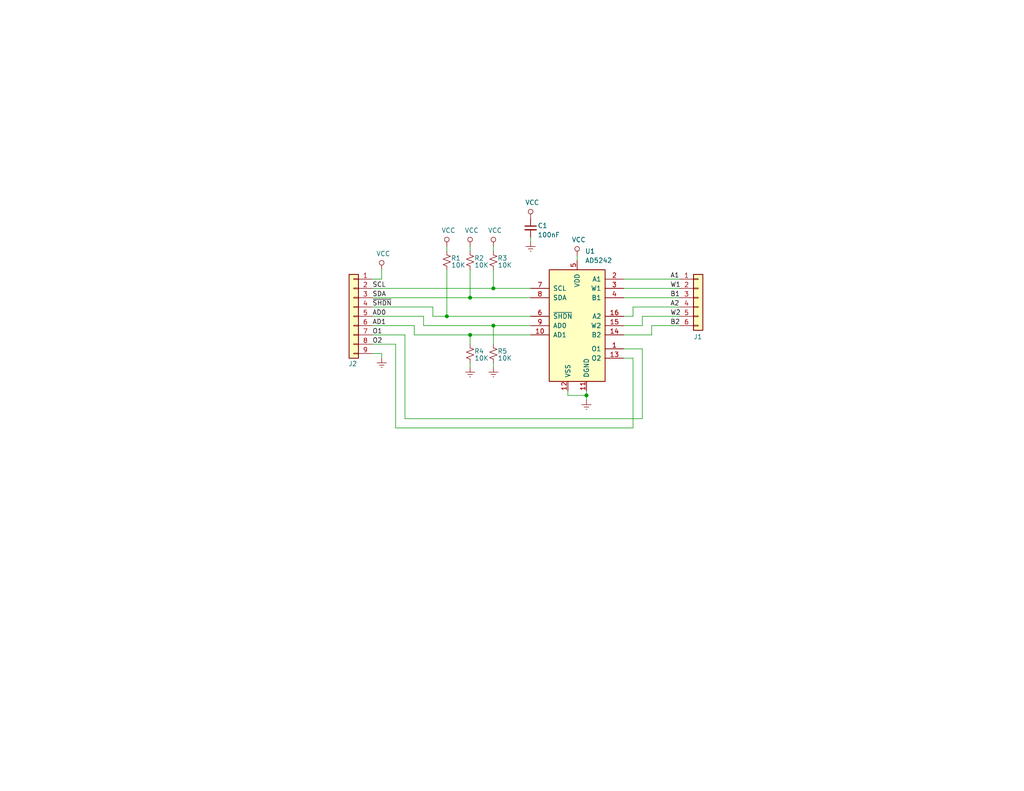
<source format=kicad_sch>
(kicad_sch (version 20250114) (generator "eeschema") (generator_version "9.0")
  (paper "A")
  (title_block (title "AD5242 Breakout") (date "2025-03-27") (rev "1") (company "Gadget Reboot") (comment 1 "https://www.youtube.com/gadgetreboot") (comment 2 "https://github.com/GadgetReboot/AD5242_Breakout"))
  (lib_symbols
    (symbol "AD5242:AD5242" (pin_names (offset 1.016))
      (property "Reference" "U" (at -7.62 11.43 0))
      (property "Value" "AD5242" (at 2.54 11.43 0))
      (symbol "AD5242_0_1"
        (rectangle (start -7.62 10.16) (end 7.62 -20.32) (stroke (width 0.254)) (fill (type background)))
      )
      (symbol "AD5242_1_1"
        (pin input line (at -12.7 5.08 0) (length 5.08) (name "SCL") (number "7"))
        (pin bidirectional line (at -12.7 2.54 0) (length 5.08) (name "SDA") (number "8"))
        (pin input line (at -12.7 -2.54 0) (length 5.08) (name "~{SHDN}") (number "6"))
        (pin input line (at -12.7 -5.08 0) (length 5.08) (name "AD0") (number "9"))
        (pin input line (at -12.7 -7.62 0) (length 5.08) (name "AD1") (number "10"))
        (pin power_in line (at -2.54 -22.86 90) (length 2.54) (name "VSS") (number "12"))
        (pin power_in line (at 0 12.7 270) (length 2.54) (name "VDD") (number "5"))
        (pin power_in line (at 2.54 -22.86 90) (length 2.54) (name "DGND") (number "11"))
        (pin passive line (at 12.7 7.62 180) (length 5.08) (name "A1") (number "2"))
        (pin passive line (at 12.7 5.08 180) (length 5.08) (name "W1") (number "3"))
        (pin passive line (at 12.7 2.54 180) (length 5.08) (name "B1") (number "4"))
        (pin passive line (at 12.7 -2.54 180) (length 5.08) (name "A2") (number "16"))
        (pin passive line (at 12.7 -5.08 180) (length 5.08) (name "W2") (number "15"))
        (pin passive line (at 12.7 -7.62 180) (length 5.08) (name "B2") (number "14"))
        (pin output line (at 12.7 -11.43 180) (length 5.08) (name "O1") (number "1"))
        (pin output line (at 12.7 -13.97 180) (length 5.08) (name "O2") (number "13"))
      )
    )
    (symbol "Connector_Generic:Conn_01x06" (pin_names (offset 1.016) (hide yes))
      (property "Reference" "J" (at 0 7.62 0))
      (property "Value" "Conn_01x06" (at 0 -10.16 0))
      (symbol "Conn_01x06_1_1"
        (rectangle (start -1.27 6.35) (end 1.27 -8.89) (stroke (width 0.254)) (fill (type background)))
        (rectangle (start -1.27 5.207) (end 0 4.953) (stroke (width 0.1524)))
        (rectangle (start -1.27 2.667) (end 0 2.413) (stroke (width 0.1524)))
        (rectangle (start -1.27 0.127) (end 0 -0.127) (stroke (width 0.1524)))
        (rectangle (start -1.27 -2.413) (end 0 -2.667) (stroke (width 0.1524)))
        (rectangle (start -1.27 -4.953) (end 0 -5.207) (stroke (width 0.1524)))
        (rectangle (start -1.27 -7.493) (end 0 -7.747) (stroke (width 0.1524)))
        (pin passive line (at -5.08 5.08 0) (length 3.81) (name "Pin_1") (number "1"))
        (pin passive line (at -5.08 2.54 0) (length 3.81) (name "Pin_2") (number "2"))
        (pin passive line (at -5.08 0 0) (length 3.81) (name "Pin_3") (number "3"))
        (pin passive line (at -5.08 -2.54 0) (length 3.81) (name "Pin_4") (number "4"))
        (pin passive line (at -5.08 -5.08 0) (length 3.81) (name "Pin_5") (number "5"))
        (pin passive line (at -5.08 -7.62 0) (length 3.81) (name "Pin_6") (number "6"))
      )
    )
    (symbol "Connector_Generic:Conn_01x09" (pin_names (offset 1.016) (hide yes))
      (property "Reference" "J" (at 0 12.7 0))
      (property "Value" "Conn_01x09" (at 0 -12.7 0))
      (symbol "Conn_01x09_1_1"
        (rectangle (start -1.27 11.43) (end 1.27 -11.43) (stroke (width 0.254)) (fill (type background)))
        (rectangle (start -1.27 10.287) (end 0 10.033) (stroke (width 0.1524)))
        (rectangle (start -1.27 7.747) (end 0 7.493) (stroke (width 0.1524)))
        (rectangle (start -1.27 5.207) (end 0 4.953) (stroke (width 0.1524)))
        (rectangle (start -1.27 2.667) (end 0 2.413) (stroke (width 0.1524)))
        (rectangle (start -1.27 0.127) (end 0 -0.127) (stroke (width 0.1524)))
        (rectangle (start -1.27 -2.413) (end 0 -2.667) (stroke (width 0.1524)))
        (rectangle (start -1.27 -4.953) (end 0 -5.207) (stroke (width 0.1524)))
        (rectangle (start -1.27 -7.493) (end 0 -7.747) (stroke (width 0.1524)))
        (rectangle (start -1.27 -10.033) (end 0 -10.287) (stroke (width 0.1524)))
        (pin passive line (at -5.08 10.16 0) (length 3.81) (name "Pin_1") (number "1"))
        (pin passive line (at -5.08 7.62 0) (length 3.81) (name "Pin_2") (number "2"))
        (pin passive line (at -5.08 5.08 0) (length 3.81) (name "Pin_3") (number "3"))
        (pin passive line (at -5.08 2.54 0) (length 3.81) (name "Pin_4") (number "4"))
        (pin passive line (at -5.08 0 0) (length 3.81) (name "Pin_5") (number "5"))
        (pin passive line (at -5.08 -2.54 0) (length 3.81) (name "Pin_6") (number "6"))
        (pin passive line (at -5.08 -5.08 0) (length 3.81) (name "Pin_7") (number "7"))
        (pin passive line (at -5.08 -7.62 0) (length 3.81) (name "Pin_8") (number "8"))
        (pin passive line (at -5.08 -10.16 0) (length 3.81) (name "Pin_9") (number "9"))
      )
    )
    (symbol "Device:C_Small" (pin_numbers (hide yes)) (pin_names (offset 0.254) (hide yes))
      (property "Reference" "C" (at 0.254 1.778 0))
      (property "Value" "C_Small" (at 0.254 -2.032 0))
      (symbol "C_Small_0_1"
        (polyline (pts (xy -1.524 0.508) (xy 1.524 0.508)) (stroke (width 0.3048)))
        (polyline (pts (xy -1.524 -0.508) (xy 1.524 -0.508)) (stroke (width 0.3302)))
      )
      (symbol "C_Small_1_1"
        (pin passive line (at 0 2.54 270) (length 2.032) (name "~") (number "1"))
        (pin passive line (at 0 -2.54 90) (length 2.032) (name "~") (number "2"))
      )
    )
    (symbol "Device:R_Small_US" (pin_numbers (hide yes)) (pin_names (offset 0.254) (hide yes))
      (property "Reference" "R" (at 0.762 0.508 0))
      (property "Value" "R_Small_US" (at 0.762 -1.016 0))
      (symbol "R_Small_US_1_1"
        (polyline (pts (xy 0 1.524) (xy 1.016 1.143) (xy 0 0.762) (xy -1.016 0.381) (xy 0 0)))
        (polyline (pts (xy 0 0) (xy 1.016 -0.381) (xy 0 -0.762) (xy -1.016 -1.143) (xy 0 -1.524)))
        (pin passive line (at 0 2.54 270) (length 1.016) (name "~") (number "1"))
        (pin passive line (at 0 -2.54 90) (length 1.016) (name "~") (number "2"))
      )
    )
    (symbol "GR_AD5242_Breakout-rescue:GNDREF-power" (power) (pin_names (offset 0))
      (property "Value" "power_GNDREF" (at 0 -3.81 0))
      (symbol "GNDREF-power_0_1"
        (polyline (pts (xy -0.635 -1.905) (xy 0.635 -1.905)))
        (polyline (pts (xy -0.127 -2.54) (xy 0.127 -2.54)))
        (polyline (pts (xy 0 -1.27) (xy 0 0)))
        (polyline (pts (xy 1.27 -1.27) (xy -1.27 -1.27)))
      )
      (symbol "GNDREF-power_1_1"
        (pin power_in line (at 0 0 270) (length 0) (hide yes) (name "GNDREF") (number "1"))
      )
    )
    (symbol "GR_AD5242_Breakout-rescue:VCC-power" (power) (pin_names (offset 0))
      (property "Value" "power_VCC" (at 0 3.81 0))
      (symbol "VCC-power_0_1"
        (circle (center 0 1.905) (radius 0.635))
        (polyline (pts (xy 0 0) (xy 0 1.27)))
      )
      (symbol "VCC-power_1_1"
        (pin power_in line (at 0 0 90) (length 0) (hide yes) (name "VCC") (number "1"))
      )
    )
  )
  (junction (at 134.62 78.74))
  (junction (at 128.27 91.44))
  (junction (at 128.27 81.28))
  (junction (at 160.02 107.95))
  (junction (at 134.62 88.9))
  (junction (at 121.92 86.36))
  (wire (pts (xy 170.18 91.44) (xy 177.8 91.44)))
  (wire (pts (xy 101.6 93.98) (xy 107.95 93.98)))
  (wire (pts (xy 172.72 83.82) (xy 185.42 83.82)))
  (wire (pts (xy 118.11 83.82) (xy 118.11 86.36)))
  (wire (pts (xy 144.78 66.04) (xy 144.78 64.77)))
  (wire (pts (xy 115.57 86.36) (xy 101.6 86.36)))
  (wire (pts (xy 170.18 76.2) (xy 185.42 76.2)))
  (wire (pts (xy 170.18 78.74) (xy 185.42 78.74)))
  (wire (pts (xy 113.03 88.9) (xy 113.03 91.44)))
  (wire (pts (xy 134.62 78.74) (xy 144.78 78.74)))
  (wire (pts (xy 121.92 68.58) (xy 121.92 67.31)))
  (wire (pts (xy 128.27 73.66) (xy 128.27 81.28)))
  (wire (pts (xy 104.14 76.2) (xy 101.6 76.2)))
  (wire (pts (xy 113.03 91.44) (xy 128.27 91.44)))
  (wire (pts (xy 170.18 97.79) (xy 172.72 97.79)))
  (wire (pts (xy 128.27 91.44) (xy 144.78 91.44)))
  (wire (pts (xy 175.26 88.9) (xy 175.26 86.36)))
  (wire (pts (xy 128.27 68.58) (xy 128.27 67.31)))
  (wire (pts (xy 172.72 86.36) (xy 172.72 83.82)))
  (wire (pts (xy 175.26 95.25) (xy 170.18 95.25)))
  (wire (pts (xy 101.6 78.74) (xy 134.62 78.74)))
  (wire (pts (xy 101.6 83.82) (xy 118.11 83.82)))
  (wire (pts (xy 177.8 88.9) (xy 185.42 88.9)))
  (wire (pts (xy 115.57 88.9) (xy 134.62 88.9)))
  (wire (pts (xy 154.94 107.95) (xy 160.02 107.95)))
  (wire (pts (xy 134.62 68.58) (xy 134.62 67.31)))
  (wire (pts (xy 170.18 88.9) (xy 175.26 88.9)))
  (wire (pts (xy 104.14 73.66) (xy 104.14 76.2)))
  (wire (pts (xy 170.18 86.36) (xy 172.72 86.36)))
  (wire (pts (xy 107.95 116.84) (xy 172.72 116.84)))
  (wire (pts (xy 134.62 73.66) (xy 134.62 78.74)))
  (wire (pts (xy 177.8 91.44) (xy 177.8 88.9)))
  (wire (pts (xy 121.92 86.36) (xy 144.78 86.36)))
  (wire (pts (xy 107.95 93.98) (xy 107.95 116.84)))
  (wire (pts (xy 101.6 81.28) (xy 128.27 81.28)))
  (wire (pts (xy 154.94 106.68) (xy 154.94 107.95)))
  (wire (pts (xy 134.62 88.9) (xy 144.78 88.9)))
  (wire (pts (xy 115.57 88.9) (xy 115.57 86.36)))
  (wire (pts (xy 160.02 107.95) (xy 160.02 109.22)))
  (wire (pts (xy 175.26 95.25) (xy 175.26 114.3)))
  (wire (pts (xy 101.6 96.52) (xy 104.14 96.52)))
  (wire (pts (xy 101.6 88.9) (xy 113.03 88.9)))
  (wire (pts (xy 160.02 106.68) (xy 160.02 107.95)))
  (wire (pts (xy 134.62 88.9) (xy 134.62 93.98)))
  (wire (pts (xy 121.92 73.66) (xy 121.92 86.36)))
  (wire (pts (xy 128.27 99.06) (xy 128.27 100.33)))
  (wire (pts (xy 175.26 114.3) (xy 110.49 114.3)))
  (wire (pts (xy 110.49 114.3) (xy 110.49 91.44)))
  (wire (pts (xy 128.27 91.44) (xy 128.27 93.98)))
  (wire (pts (xy 170.18 81.28) (xy 185.42 81.28)))
  (wire (pts (xy 104.14 96.52) (xy 104.14 97.79)))
  (wire (pts (xy 118.11 86.36) (xy 121.92 86.36)))
  (wire (pts (xy 172.72 97.79) (xy 172.72 116.84)))
  (wire (pts (xy 175.26 86.36) (xy 185.42 86.36)))
  (wire (pts (xy 110.49 91.44) (xy 101.6 91.44)))
  (wire (pts (xy 128.27 81.28) (xy 144.78 81.28)))
  (wire (pts (xy 157.48 69.85) (xy 157.48 71.12)))
  (wire (pts (xy 134.62 99.06) (xy 134.62 100.33)))
  (label "O2" (at 101.6 93.98 0))
  (label "B1" (at 182.88 81.28 0))
  (label "~{SHDN}" (at 101.6 83.82 0))
  (label "W2" (at 182.88 86.36 0))
  (label "AD1" (at 101.6 88.9 0))
  (label "W1" (at 182.88 78.74 0))
  (label "A2" (at 182.88 83.82 0))
  (label "B2" (at 182.88 88.9 0))
  (label "SDA" (at 101.6 81.28 0))
  (label "A1" (at 182.88 76.2 0))
  (label "O1" (at 101.6 91.44 0))
  (label "SCL" (at 101.6 78.74 0))
  (label "AD0" (at 101.6 86.36 0))
  (symbol (lib_id "Device:R_Small_US") (at 134.62 71.12 0) (unit 1)
    (property "Reference" "R3" (at 138.43 70.485 0) (effects (justify right)))
    (property "Value" "10K" (at 139.7 72.39 0) (effects (justify right)))
    (property "Footprint" "Resistor_SMD:R_0805_2012Metric_Pad1.20x1.40mm_HandSolder" (effects (hide yes)))
  )
  (symbol (lib_id "Device:C_Small") (at 144.78 62.23 0) (unit 1)
    (property "Reference" "C1" (at 146.685 61.595 0) (effects (justify left)))
    (property "Value" "100nF" (at 146.685 64.135 0) (effects (justify left)))
    (property "Footprint" "Capacitor_SMD:C_0805_2012Metric_Pad1.15x1.40mm_HandSolder" (effects (hide yes)))
  )
  (symbol (lib_id "GR_AD5242_Breakout-rescue:GNDREF-power") (at 144.78 66.04 0) (mirror y) (unit 1)
    (property "Reference" "#PWR02" (effects (hide yes)))
    (property "Value" "GNDREF" (effects (hide yes)))
  )
  (symbol (lib_id "GR_AD5242_Breakout-rescue:VCC-power") (at 144.78 59.69 0) (unit 1)
    (property "Reference" "#PWR01" (effects (hide yes)))
    (property "Value" "VCC" (at 145.2118 55.2958 0))
  )
  (symbol (lib_id "GR_AD5242_Breakout-rescue:VCC-power") (at 134.62 67.31 0) (unit 1)
    (property "Reference" "#PWR05" (effects (hide yes)))
    (property "Value" "VCC" (at 135.0518 62.9158 0))
  )
  (symbol (lib_id "Device:R_Small_US") (at 128.27 71.12 0) (unit 1)
    (property "Reference" "R2" (at 132.08 70.485 0) (effects (justify right)))
    (property "Value" "10K" (at 133.35 72.39 0) (effects (justify right)))
    (property "Footprint" "Resistor_SMD:R_0805_2012Metric_Pad1.20x1.40mm_HandSolder" (effects (hide yes)))
  )
  (symbol (lib_id "GR_AD5242_Breakout-rescue:VCC-power") (at 128.27 67.31 0) (unit 1)
    (property "Reference" "#PWR04" (effects (hide yes)))
    (property "Value" "VCC" (at 128.7018 62.9158 0))
  )
  (symbol (lib_id "GR_AD5242_Breakout-rescue:GNDREF-power") (at 160.02 109.22 0) (mirror y) (unit 1)
    (property "Reference" "#PWR011" (effects (hide yes)))
    (property "Value" "GNDREF" (effects (hide yes)))
  )
  (symbol (lib_id "GR_AD5242_Breakout-rescue:VCC-power") (at 104.14 73.66 0) (unit 1)
    (property "Reference" "#PWR07" (effects (hide yes)))
    (property "Value" "VCC" (at 104.5718 69.2658 0))
  )
  (symbol (lib_id "GR_AD5242_Breakout-rescue:VCC-power") (at 157.48 69.85 0) (unit 1)
    (property "Reference" "#PWR06" (effects (hide yes)))
    (property "Value" "VCC" (at 157.9118 65.4558 0))
  )
  (symbol (lib_id "Device:R_Small_US") (at 121.92 71.12 0) (unit 1)
    (property "Reference" "R1" (at 125.73 70.485 0) (effects (justify right)))
    (property "Value" "10K" (at 127 72.39 0) (effects (justify right)))
    (property "Footprint" "Resistor_SMD:R_0805_2012Metric_Pad1.20x1.40mm_HandSolder" (effects (hide yes)))
  )
  (symbol (lib_id "Device:R_Small_US") (at 128.27 96.52 0) (unit 1)
    (property "Reference" "R4" (at 132.08 95.885 0) (effects (justify right)))
    (property "Value" "10K" (at 133.35 97.79 0) (effects (justify right)))
    (property "Footprint" "Resistor_SMD:R_0805_2012Metric_Pad1.20x1.40mm_HandSolder" (effects (hide yes)))
  )
  (symbol (lib_id "GR_AD5242_Breakout-rescue:GNDREF-power") (at 134.62 100.33 0) (mirror y) (unit 1)
    (property "Reference" "#PWR010" (effects (hide yes)))
    (property "Value" "GNDREF" (effects (hide yes)))
  )
  (symbol (lib_id "GR_AD5242_Breakout-rescue:VCC-power") (at 121.92 67.31 0) (unit 1)
    (property "Reference" "#PWR03" (effects (hide yes)))
    (property "Value" "VCC" (at 122.3518 62.9158 0))
  )
  (symbol (lib_id "GR_AD5242_Breakout-rescue:GNDREF-power") (at 104.14 97.79 0) (mirror y) (unit 1)
    (property "Reference" "#PWR08" (effects (hide yes)))
    (property "Value" "GNDREF" (effects (hide yes)))
  )
  (symbol (lib_id "Connector_Generic:Conn_01x09") (at 96.52 86.36 0) (mirror y) (unit 1)
    (property "Reference" "J2" (at 96.266 99.314 0))
    (property "Value" "Conn_01x09" (effects (hide yes)))
    (property "Footprint" "Connector_PinHeader_2.54mm:PinHeader_1x09_P2.54mm_Vertical" (effects (hide yes)))
    (property "Description" "Generic connector, single row, 01x09, script generated (kicad-library-utils/schlib/autogen/connector/)" (effects (hide yes)))
  )
  (symbol (lib_id "Device:R_Small_US") (at 134.62 96.52 0) (unit 1)
    (property "Reference" "R5" (at 138.43 95.885 0) (effects (justify right)))
    (property "Value" "10K" (at 139.7 97.79 0) (effects (justify right)))
    (property "Footprint" "Resistor_SMD:R_0805_2012Metric_Pad1.20x1.40mm_HandSolder" (effects (hide yes)))
  )
  (symbol (lib_id "AD5242:AD5242") (at 157.48 83.82 0) (unit 1)
    (property "Reference" "U1" (at 159.6233 68.58 0) (effects (justify left)))
    (property "Value" "AD5242" (at 159.6233 71.12 0) (effects (justify left)))
    (property "Footprint" "Package_SO:TSSOP-16_4.4x5mm_P0.65mm" (effects (hide yes)))
  )
  (symbol (lib_id "Connector_Generic:Conn_01x06") (at 190.5 81.28 0) (unit 1)
    (property "Reference" "J1" (at 189.23 91.9479 0) (effects (justify left)))
    (property "Value" "Conn_01x06" (effects (hide yes)))
    (property "Footprint" "Connector_PinHeader_2.54mm:PinHeader_1x06_P2.54mm_Vertical" (effects (hide yes)))
    (property "Description" "Generic connector, single row, 01x06, script generated (kicad-library-utils/schlib/autogen/connector/)" (effects (hide yes)))
  )
  (symbol (lib_id "GR_AD5242_Breakout-rescue:GNDREF-power") (at 128.27 100.33 0) (mirror y) (unit 1)
    (property "Reference" "#PWR09" (effects (hide yes)))
    (property "Value" "GNDREF" (effects (hide yes)))
  )
)
</source>
